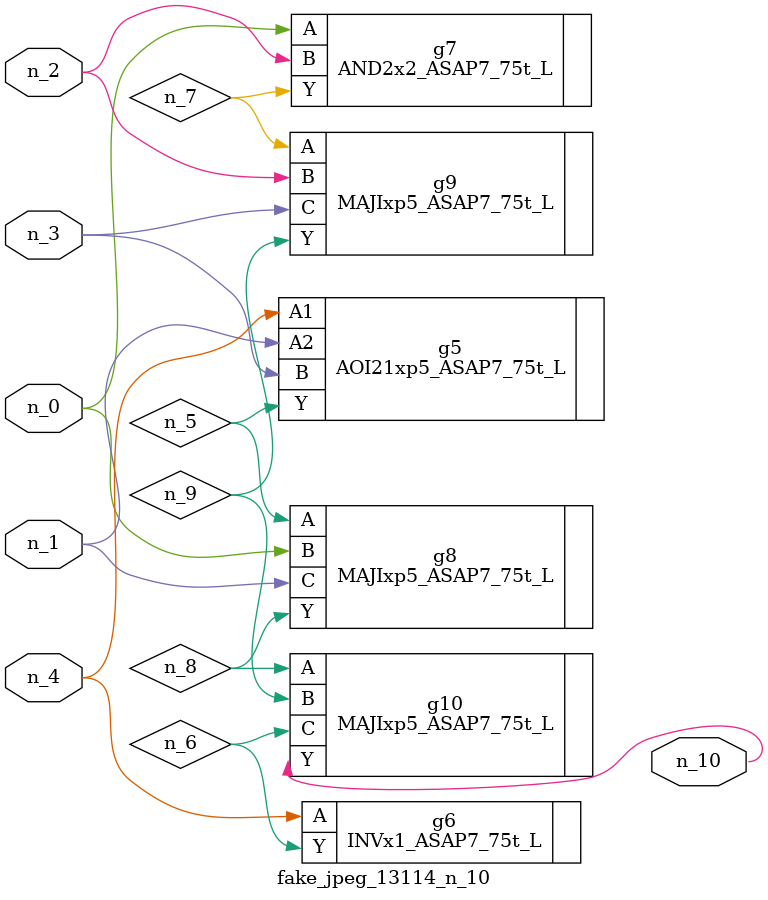
<source format=v>
module fake_jpeg_13114_n_10 (n_3, n_2, n_1, n_0, n_4, n_10);

input n_3;
input n_2;
input n_1;
input n_0;
input n_4;

output n_10;

wire n_8;
wire n_9;
wire n_6;
wire n_5;
wire n_7;

AOI21xp5_ASAP7_75t_L g5 ( 
.A1(n_4),
.A2(n_1),
.B(n_3),
.Y(n_5)
);

INVx1_ASAP7_75t_L g6 ( 
.A(n_4),
.Y(n_6)
);

AND2x2_ASAP7_75t_L g7 ( 
.A(n_0),
.B(n_2),
.Y(n_7)
);

MAJIxp5_ASAP7_75t_L g8 ( 
.A(n_5),
.B(n_0),
.C(n_1),
.Y(n_8)
);

MAJIxp5_ASAP7_75t_L g10 ( 
.A(n_8),
.B(n_9),
.C(n_6),
.Y(n_10)
);

MAJIxp5_ASAP7_75t_L g9 ( 
.A(n_7),
.B(n_2),
.C(n_3),
.Y(n_9)
);


endmodule
</source>
